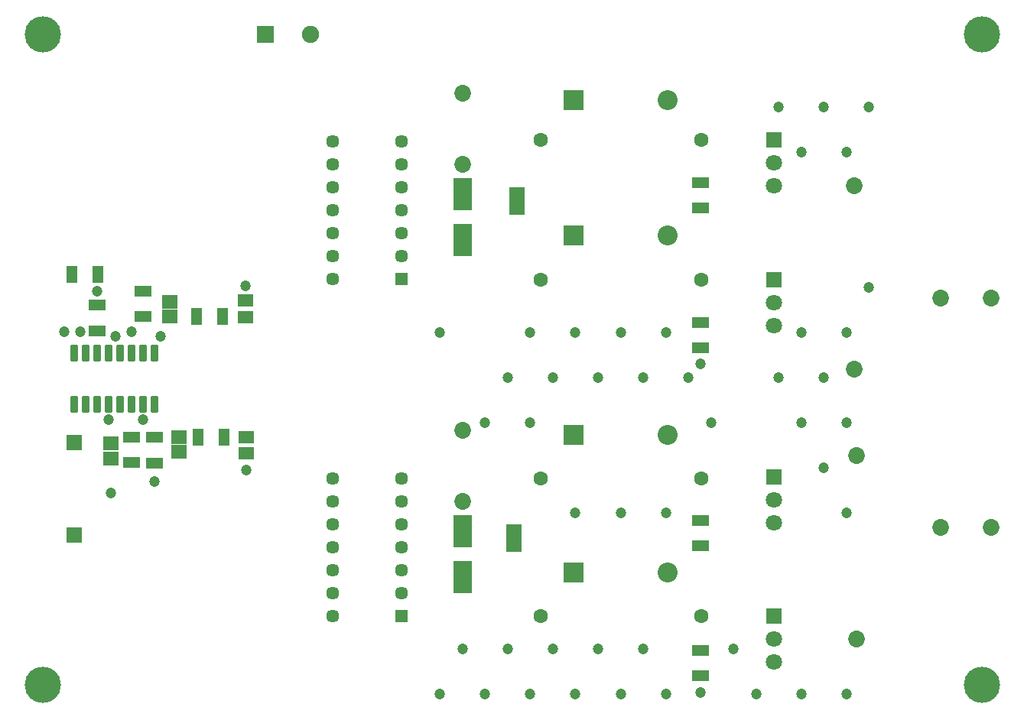
<source format=gbr>
%TF.GenerationSoftware,Altium Limited,Altium Designer,20.0.13 (296)*%
G04 Layer_Color=8388736*
%FSLAX26Y26*%
%MOIN*%
%TF.FileFunction,Soldermask,Top*%
%TF.Part,Single*%
G01*
G75*
%TA.AperFunction,SMDPad,CuDef*%
%ADD45R,0.065087X0.061150*%
%TA.AperFunction,ViaPad*%
%ADD48C,0.158000*%
%TA.AperFunction,ComponentPad*%
%ADD49R,0.067055X0.067055*%
%ADD50R,0.074929X0.074929*%
%ADD51C,0.074929*%
%ADD52C,0.072961*%
%ADD53C,0.086740*%
%ADD54R,0.086740X0.086740*%
%ADD55R,0.067055X0.067055*%
%ADD56R,0.070992X0.070992*%
%ADD57C,0.070992*%
%ADD58C,0.063118*%
%ADD59C,0.057213*%
%ADD60R,0.057213X0.057213*%
%TA.AperFunction,ViaPad*%
%ADD61C,0.047370*%
%TA.AperFunction,SMDPad,CuDef*%
%ADD65R,0.065087X0.059181*%
%ADD66R,0.078866X0.143827*%
%ADD67R,0.065087X0.053276*%
G04:AMPARAMS|DCode=68|XSize=33.591mil|YSize=72.961mil|CornerRadius=5.919mil|HoleSize=0mil|Usage=FLASHONLY|Rotation=180.000|XOffset=0mil|YOffset=0mil|HoleType=Round|Shape=RoundedRectangle|*
%AMROUNDEDRECTD68*
21,1,0.033591,0.061122,0,0,180.0*
21,1,0.021752,0.072961,0,0,180.0*
1,1,0.011839,-0.010876,0.030561*
1,1,0.011839,0.010876,0.030561*
1,1,0.011839,0.010876,-0.030561*
1,1,0.011839,-0.010876,-0.030561*
%
%ADD68ROUNDEDRECTD68*%
%ADD69R,0.072961X0.051307*%
%ADD70R,0.051307X0.072961*%
D45*
X2995276Y2235039D02*
D03*
Y2300000D02*
D03*
X2955276Y2889961D02*
D03*
Y2825000D02*
D03*
X2700276Y2272480D02*
D03*
Y2207520D02*
D03*
D48*
X6496063Y4055118D02*
D03*
Y1220472D02*
D03*
X2401575Y4055118D02*
D03*
Y1220472D02*
D03*
D49*
X2539370Y1874016D02*
D03*
D50*
X3374016Y4055118D02*
D03*
D51*
X3570866D02*
D03*
D52*
X6535433Y1905000D02*
D03*
Y2905000D02*
D03*
X6315000D02*
D03*
Y1905000D02*
D03*
X4232283Y3491457D02*
D03*
Y3798543D02*
D03*
X5940000Y2595000D02*
D03*
Y3395000D02*
D03*
X5950000Y2220000D02*
D03*
Y1420000D02*
D03*
X4232283Y2328543D02*
D03*
Y2021457D02*
D03*
D53*
X5127165Y3180000D02*
D03*
Y2310000D02*
D03*
Y1710000D02*
D03*
Y3770000D02*
D03*
D54*
X4715354Y3180000D02*
D03*
Y2310000D02*
D03*
Y1710000D02*
D03*
Y3770000D02*
D03*
D55*
X2540276Y2275000D02*
D03*
D56*
X5590551Y3595000D02*
D03*
Y2125000D02*
D03*
Y2985000D02*
D03*
Y1520000D02*
D03*
D57*
Y3495000D02*
D03*
Y3395000D02*
D03*
Y1925000D02*
D03*
Y2025000D02*
D03*
Y2785000D02*
D03*
Y2885000D02*
D03*
Y1320000D02*
D03*
Y1420000D02*
D03*
D58*
X5271260Y2985000D02*
D03*
X4571260D02*
D03*
X5271260Y2120000D02*
D03*
X4571260D02*
D03*
X5271260Y1520000D02*
D03*
X4571260D02*
D03*
Y3595000D02*
D03*
X5271260D02*
D03*
D59*
X3665276Y2990000D02*
D03*
Y3090000D02*
D03*
Y3190000D02*
D03*
Y3290000D02*
D03*
Y3390000D02*
D03*
Y3490000D02*
D03*
Y3590000D02*
D03*
X3965276D02*
D03*
Y3490000D02*
D03*
Y3390000D02*
D03*
Y3290000D02*
D03*
Y3190000D02*
D03*
Y3090000D02*
D03*
Y1620000D02*
D03*
Y1720000D02*
D03*
Y1820000D02*
D03*
Y1920000D02*
D03*
Y2020000D02*
D03*
Y2120000D02*
D03*
X3665276D02*
D03*
Y2020000D02*
D03*
Y1920000D02*
D03*
Y1820000D02*
D03*
Y1720000D02*
D03*
Y1620000D02*
D03*
Y1520000D02*
D03*
D60*
X3965276Y2990000D02*
D03*
Y1520000D02*
D03*
D61*
X6003937Y3740158D02*
D03*
X5905512Y3543307D02*
D03*
X6003937Y2952756D02*
D03*
X5905512Y2755906D02*
D03*
Y2362205D02*
D03*
Y1968504D02*
D03*
Y1181102D02*
D03*
X5807087Y3740158D02*
D03*
X5708662Y3543307D02*
D03*
Y2755906D02*
D03*
X5807087Y2559055D02*
D03*
X5708662Y2362205D02*
D03*
X5807087Y2165354D02*
D03*
X5708662Y1181102D02*
D03*
X5610236Y3740158D02*
D03*
Y2559055D02*
D03*
X5511811Y1181102D02*
D03*
X5314961Y2362205D02*
D03*
X5413386Y1377953D02*
D03*
X5118110Y2755906D02*
D03*
X5216536Y2559055D02*
D03*
X5118110Y1968504D02*
D03*
Y1181102D02*
D03*
X4921260Y2755906D02*
D03*
X5019685Y2559055D02*
D03*
X4921260Y1968504D02*
D03*
X5019685Y1377953D02*
D03*
X4921260Y1181102D02*
D03*
X4724410Y2755906D02*
D03*
X4822835Y2559055D02*
D03*
X4724410Y1968504D02*
D03*
X4822835Y1377953D02*
D03*
X4724410Y1181102D02*
D03*
X4527559Y2755906D02*
D03*
X4625984Y2559055D02*
D03*
X4527559Y2362205D02*
D03*
X4625984Y1377953D02*
D03*
X4527559Y1181102D02*
D03*
X4429134Y2559055D02*
D03*
X4330709Y2362205D02*
D03*
X4429134Y1377953D02*
D03*
X4330709Y1181102D02*
D03*
X4133858Y2755906D02*
D03*
X4232284Y1377953D02*
D03*
X4133858Y1181102D02*
D03*
X5270000Y1185000D02*
D03*
Y2620000D02*
D03*
X3285276Y2960000D02*
D03*
X2700276Y2055000D02*
D03*
X2890276Y2105000D02*
D03*
X3290276Y2155000D02*
D03*
X2640276Y2935000D02*
D03*
X2690276Y2375000D02*
D03*
X2720276Y2740000D02*
D03*
X2915276D02*
D03*
X2840276Y2375000D02*
D03*
X2565276Y2760000D02*
D03*
X2790276D02*
D03*
X2495276D02*
D03*
D65*
X4468504Y3361496D02*
D03*
Y3298504D02*
D03*
X4455276Y1828504D02*
D03*
Y1891496D02*
D03*
D66*
X4232283Y3360394D02*
D03*
Y3159606D02*
D03*
Y1689606D02*
D03*
Y1890394D02*
D03*
D67*
X3285276Y2895433D02*
D03*
Y2824567D02*
D03*
X3290276Y2229567D02*
D03*
Y2300433D02*
D03*
D68*
X2890276Y2666220D02*
D03*
X2840276D02*
D03*
X2790276D02*
D03*
X2740276D02*
D03*
X2690276D02*
D03*
X2640276D02*
D03*
X2590276D02*
D03*
X2540276D02*
D03*
X2890276Y2443780D02*
D03*
X2840276D02*
D03*
X2790276D02*
D03*
X2740276D02*
D03*
X2690276D02*
D03*
X2640276D02*
D03*
X2590276D02*
D03*
X2540276D02*
D03*
D69*
X2840276Y2937205D02*
D03*
Y2825000D02*
D03*
X5270000Y1371102D02*
D03*
Y1258898D02*
D03*
Y1937205D02*
D03*
Y1825000D02*
D03*
Y2801102D02*
D03*
Y2688898D02*
D03*
Y3411102D02*
D03*
Y3298898D02*
D03*
X2640276Y2876102D02*
D03*
Y2763898D02*
D03*
X2890276Y2187795D02*
D03*
Y2300000D02*
D03*
X2790276Y2188898D02*
D03*
Y2301102D02*
D03*
D70*
X3186378Y2825000D02*
D03*
X3074173D02*
D03*
X3191378Y2300000D02*
D03*
X3079173D02*
D03*
X2641378Y3010000D02*
D03*
X2529173D02*
D03*
%TF.MD5,9073fd9250e7b331d1c0b5ab810ec02b*%
M02*

</source>
